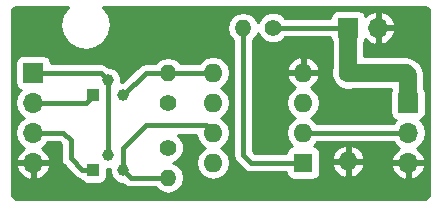
<source format=gbl>
G04 #@! TF.FileFunction,Copper,L2,Bot,Signal*
%FSLAX46Y46*%
G04 Gerber Fmt 4.6, Leading zero omitted, Abs format (unit mm)*
G04 Created by KiCad (PCBNEW 4.0.7) date 12/03/18 23:46:06*
%MOMM*%
%LPD*%
G01*
G04 APERTURE LIST*
%ADD10C,0.100000*%
%ADD11C,1.600000*%
%ADD12O,1.600000X1.600000*%
%ADD13R,1.700000X1.700000*%
%ADD14O,1.700000X1.700000*%
%ADD15C,1.000000*%
%ADD16R,1.000000X1.000000*%
%ADD17C,1.400000*%
%ADD18O,1.400000X1.400000*%
%ADD19R,1.600000X1.600000*%
%ADD20C,1.500000*%
%ADD21C,0.400000*%
%ADD22C,0.254000*%
G04 APERTURE END LIST*
D10*
D11*
X170180000Y-104140000D03*
D12*
X170180000Y-111640000D03*
D13*
X175260000Y-106680000D03*
D14*
X175260000Y-109220000D03*
X175260000Y-111760000D03*
D13*
X170180000Y-100330000D03*
D14*
X172720000Y-100330000D03*
D13*
X143510000Y-104140000D03*
D14*
X143510000Y-106680000D03*
X143510000Y-109220000D03*
X143510000Y-111760000D03*
D15*
X149860000Y-104775000D03*
X151130000Y-106045000D03*
D16*
X148590000Y-106045000D03*
D15*
X149860000Y-111125000D03*
X151130000Y-112395000D03*
D16*
X148590000Y-112395000D03*
D17*
X154940000Y-110490000D03*
D18*
X154940000Y-113030000D03*
D17*
X154940000Y-106680000D03*
D18*
X154940000Y-104140000D03*
D17*
X163830000Y-100330000D03*
D18*
X161290000Y-100330000D03*
D19*
X166370000Y-111760000D03*
D12*
X158750000Y-104140000D03*
X166370000Y-109220000D03*
X158750000Y-106680000D03*
X166370000Y-106680000D03*
X158750000Y-109220000D03*
X166370000Y-104140000D03*
X158750000Y-111760000D03*
D20*
X170180000Y-104140000D02*
X175070000Y-104140000D01*
X175070000Y-104140000D02*
X175260000Y-104330000D01*
X175260000Y-104330000D02*
X175260000Y-106680000D01*
X170180000Y-100330000D02*
X170180000Y-104140000D01*
D21*
X163830000Y-100330000D02*
X170180000Y-100330000D01*
X175260000Y-109220000D02*
X166370000Y-109220000D01*
X149860000Y-104775000D02*
X149860000Y-111125000D01*
X143510000Y-104140000D02*
X149225000Y-104140000D01*
X149225000Y-104140000D02*
X149860000Y-104775000D01*
X143510000Y-106680000D02*
X147955000Y-106680000D01*
X147955000Y-106680000D02*
X148590000Y-106045000D01*
X146685000Y-109855000D02*
X146050000Y-109220000D01*
X146050000Y-109220000D02*
X143510000Y-109220000D01*
X146685000Y-111390000D02*
X146685000Y-109855000D01*
X148590000Y-112395000D02*
X147690000Y-112395000D01*
X147690000Y-112395000D02*
X146685000Y-111390000D01*
X154940000Y-104140000D02*
X158750000Y-104140000D01*
X153035000Y-104140000D02*
X154940000Y-104140000D01*
X151130000Y-106045000D02*
X153035000Y-104140000D01*
X151130000Y-112395000D02*
X151130000Y-110490000D01*
X151130000Y-110490000D02*
X153035000Y-108585000D01*
X153035000Y-108585000D02*
X158115000Y-108585000D01*
X158115000Y-108585000D02*
X158750000Y-109220000D01*
X151765000Y-113030000D02*
X154940000Y-113030000D01*
X151130000Y-112395000D02*
X151765000Y-113030000D01*
X161290000Y-111125000D02*
X161925000Y-111760000D01*
X161925000Y-111760000D02*
X166370000Y-111760000D01*
X161290000Y-100330000D02*
X161290000Y-111125000D01*
D22*
G36*
X146436954Y-98557954D02*
X145971578Y-99254440D01*
X145808159Y-100076000D01*
X145971578Y-100897560D01*
X146436954Y-101594046D01*
X147133440Y-102059422D01*
X147955000Y-102222841D01*
X148776560Y-102059422D01*
X149473046Y-101594046D01*
X149938422Y-100897560D01*
X150051317Y-100330000D01*
X159928846Y-100330000D01*
X160030467Y-100840882D01*
X160319858Y-101273988D01*
X160455000Y-101364287D01*
X160455000Y-111125000D01*
X160518561Y-111444541D01*
X160651241Y-111643110D01*
X160699566Y-111715434D01*
X161334566Y-112350434D01*
X161605460Y-112531440D01*
X161925000Y-112595000D01*
X164929146Y-112595000D01*
X164966838Y-112795317D01*
X165105910Y-113011441D01*
X165318110Y-113156431D01*
X165570000Y-113207440D01*
X167170000Y-113207440D01*
X167405317Y-113163162D01*
X167621441Y-113024090D01*
X167766431Y-112811890D01*
X167817440Y-112560000D01*
X167817440Y-111989041D01*
X168788086Y-111989041D01*
X169027611Y-112495134D01*
X169442577Y-112871041D01*
X169830961Y-113031904D01*
X170053000Y-112909915D01*
X170053000Y-111767000D01*
X170307000Y-111767000D01*
X170307000Y-112909915D01*
X170529039Y-113031904D01*
X170917423Y-112871041D01*
X171332389Y-112495134D01*
X171511405Y-112116890D01*
X173818524Y-112116890D01*
X173988355Y-112526924D01*
X174378642Y-112955183D01*
X174903108Y-113201486D01*
X175133000Y-113080819D01*
X175133000Y-111887000D01*
X175387000Y-111887000D01*
X175387000Y-113080819D01*
X175616892Y-113201486D01*
X176141358Y-112955183D01*
X176531645Y-112526924D01*
X176701476Y-112116890D01*
X176580155Y-111887000D01*
X175387000Y-111887000D01*
X175133000Y-111887000D01*
X173939845Y-111887000D01*
X173818524Y-112116890D01*
X171511405Y-112116890D01*
X171571914Y-111989041D01*
X171450629Y-111767000D01*
X170307000Y-111767000D01*
X170053000Y-111767000D01*
X168909371Y-111767000D01*
X168788086Y-111989041D01*
X167817440Y-111989041D01*
X167817440Y-111290959D01*
X168788086Y-111290959D01*
X168909371Y-111513000D01*
X170053000Y-111513000D01*
X170053000Y-110370085D01*
X170307000Y-110370085D01*
X170307000Y-111513000D01*
X171450629Y-111513000D01*
X171571914Y-111290959D01*
X171332389Y-110784866D01*
X170917423Y-110408959D01*
X170529039Y-110248096D01*
X170307000Y-110370085D01*
X170053000Y-110370085D01*
X169830961Y-110248096D01*
X169442577Y-110408959D01*
X169027611Y-110784866D01*
X168788086Y-111290959D01*
X167817440Y-111290959D01*
X167817440Y-110960000D01*
X167773162Y-110724683D01*
X167634090Y-110508559D01*
X167421890Y-110363569D01*
X167266911Y-110332185D01*
X167412811Y-110234698D01*
X167532882Y-110055000D01*
X174037159Y-110055000D01*
X174180853Y-110270054D01*
X174521553Y-110497702D01*
X174378642Y-110564817D01*
X173988355Y-110993076D01*
X173818524Y-111403110D01*
X173939845Y-111633000D01*
X175133000Y-111633000D01*
X175133000Y-111613000D01*
X175387000Y-111613000D01*
X175387000Y-111633000D01*
X176580155Y-111633000D01*
X176701476Y-111403110D01*
X176531645Y-110993076D01*
X176141358Y-110564817D01*
X175998447Y-110497702D01*
X176339147Y-110270054D01*
X176661054Y-109788285D01*
X176774093Y-109220000D01*
X176661054Y-108651715D01*
X176339147Y-108169946D01*
X176297548Y-108142150D01*
X176345317Y-108133162D01*
X176561441Y-107994090D01*
X176706431Y-107781890D01*
X176757440Y-107530000D01*
X176757440Y-105830000D01*
X176713162Y-105594683D01*
X176645000Y-105488756D01*
X176645000Y-104330000D01*
X176632469Y-104267000D01*
X176539574Y-103799984D01*
X176239343Y-103350657D01*
X176049343Y-103160657D01*
X175996430Y-103125302D01*
X175600017Y-102860427D01*
X175070000Y-102755000D01*
X171565000Y-102755000D01*
X171565000Y-101521797D01*
X171626431Y-101431890D01*
X171648301Y-101323893D01*
X171953076Y-101601645D01*
X172363110Y-101771476D01*
X172593000Y-101650155D01*
X172593000Y-100457000D01*
X172847000Y-100457000D01*
X172847000Y-101650155D01*
X173076890Y-101771476D01*
X173486924Y-101601645D01*
X173915183Y-101211358D01*
X174161486Y-100686892D01*
X174040819Y-100457000D01*
X172847000Y-100457000D01*
X172593000Y-100457000D01*
X172573000Y-100457000D01*
X172573000Y-100203000D01*
X172593000Y-100203000D01*
X172593000Y-99009845D01*
X172847000Y-99009845D01*
X172847000Y-100203000D01*
X174040819Y-100203000D01*
X174161486Y-99973108D01*
X173915183Y-99448642D01*
X173486924Y-99058355D01*
X173076890Y-98888524D01*
X172847000Y-99009845D01*
X172593000Y-99009845D01*
X172363110Y-98888524D01*
X171953076Y-99058355D01*
X171650063Y-99334501D01*
X171633162Y-99244683D01*
X171494090Y-99028559D01*
X171281890Y-98883569D01*
X171030000Y-98832560D01*
X169330000Y-98832560D01*
X169094683Y-98876838D01*
X168878559Y-99015910D01*
X168733569Y-99228110D01*
X168682560Y-99480000D01*
X168682560Y-99495000D01*
X164882786Y-99495000D01*
X164587204Y-99198902D01*
X164096713Y-98995232D01*
X163565617Y-98994769D01*
X163074771Y-99197582D01*
X162698902Y-99572796D01*
X162564784Y-99895788D01*
X162549533Y-99819118D01*
X162260142Y-99386012D01*
X161827036Y-99096621D01*
X161316154Y-98995000D01*
X161263846Y-98995000D01*
X160752964Y-99096621D01*
X160319858Y-99386012D01*
X160030467Y-99819118D01*
X159928846Y-100330000D01*
X150051317Y-100330000D01*
X150101841Y-100076000D01*
X149938422Y-99254440D01*
X149473046Y-98557954D01*
X149464135Y-98552000D01*
X176721494Y-98552000D01*
X176738979Y-98555478D01*
X176916145Y-98673856D01*
X177034521Y-98851019D01*
X177038000Y-98868509D01*
X177038000Y-114491491D01*
X177034521Y-114508981D01*
X176916145Y-114686144D01*
X176738979Y-114804522D01*
X176721494Y-114808000D01*
X142048509Y-114808000D01*
X142031019Y-114804521D01*
X141853856Y-114686145D01*
X141735478Y-114508979D01*
X141732000Y-114491494D01*
X141732000Y-112116890D01*
X142068524Y-112116890D01*
X142238355Y-112526924D01*
X142628642Y-112955183D01*
X143153108Y-113201486D01*
X143383000Y-113080819D01*
X143383000Y-111887000D01*
X143637000Y-111887000D01*
X143637000Y-113080819D01*
X143866892Y-113201486D01*
X144391358Y-112955183D01*
X144781645Y-112526924D01*
X144951476Y-112116890D01*
X144830155Y-111887000D01*
X143637000Y-111887000D01*
X143383000Y-111887000D01*
X142189845Y-111887000D01*
X142068524Y-112116890D01*
X141732000Y-112116890D01*
X141732000Y-106680000D01*
X141995907Y-106680000D01*
X142108946Y-107248285D01*
X142430853Y-107730054D01*
X142760026Y-107950000D01*
X142430853Y-108169946D01*
X142108946Y-108651715D01*
X141995907Y-109220000D01*
X142108946Y-109788285D01*
X142430853Y-110270054D01*
X142771553Y-110497702D01*
X142628642Y-110564817D01*
X142238355Y-110993076D01*
X142068524Y-111403110D01*
X142189845Y-111633000D01*
X143383000Y-111633000D01*
X143383000Y-111613000D01*
X143637000Y-111613000D01*
X143637000Y-111633000D01*
X144830155Y-111633000D01*
X144951476Y-111403110D01*
X144781645Y-110993076D01*
X144391358Y-110564817D01*
X144248447Y-110497702D01*
X144589147Y-110270054D01*
X144732841Y-110055000D01*
X145704132Y-110055000D01*
X145850000Y-110200868D01*
X145850000Y-111390000D01*
X145913561Y-111709541D01*
X146080912Y-111960000D01*
X146094566Y-111980434D01*
X147099566Y-112985434D01*
X147370460Y-113166440D01*
X147530577Y-113198289D01*
X147625910Y-113346441D01*
X147838110Y-113491431D01*
X148090000Y-113542440D01*
X149090000Y-113542440D01*
X149325317Y-113498162D01*
X149541441Y-113359090D01*
X149686431Y-113146890D01*
X149737440Y-112895000D01*
X149737440Y-112259894D01*
X149995117Y-112260119D01*
X149994803Y-112619775D01*
X150167233Y-113037086D01*
X150486235Y-113356645D01*
X150903244Y-113529803D01*
X151084093Y-113529961D01*
X151174566Y-113620434D01*
X151445460Y-113801440D01*
X151765000Y-113865000D01*
X153905713Y-113865000D01*
X153996012Y-114000142D01*
X154429118Y-114289533D01*
X154940000Y-114391154D01*
X155450882Y-114289533D01*
X155883988Y-114000142D01*
X156173379Y-113567036D01*
X156275000Y-113056154D01*
X156275000Y-113003846D01*
X156173379Y-112492964D01*
X155883988Y-112059858D01*
X155450882Y-111770467D01*
X155373955Y-111755165D01*
X155695229Y-111622418D01*
X156071098Y-111247204D01*
X156274768Y-110756713D01*
X156275231Y-110225617D01*
X156072418Y-109734771D01*
X155758196Y-109420000D01*
X157326670Y-109420000D01*
X157396120Y-109769151D01*
X157707189Y-110234698D01*
X158089275Y-110490000D01*
X157707189Y-110745302D01*
X157396120Y-111210849D01*
X157286887Y-111760000D01*
X157396120Y-112309151D01*
X157707189Y-112774698D01*
X158172736Y-113085767D01*
X158721887Y-113195000D01*
X158778113Y-113195000D01*
X159327264Y-113085767D01*
X159792811Y-112774698D01*
X160103880Y-112309151D01*
X160213113Y-111760000D01*
X160103880Y-111210849D01*
X159792811Y-110745302D01*
X159410725Y-110490000D01*
X159792811Y-110234698D01*
X160103880Y-109769151D01*
X160213113Y-109220000D01*
X160103880Y-108670849D01*
X159792811Y-108205302D01*
X159410725Y-107950000D01*
X159792811Y-107694698D01*
X160103880Y-107229151D01*
X160213113Y-106680000D01*
X160103880Y-106130849D01*
X159792811Y-105665302D01*
X159410725Y-105410000D01*
X159792811Y-105154698D01*
X160103880Y-104689151D01*
X160213113Y-104140000D01*
X160103880Y-103590849D01*
X159792811Y-103125302D01*
X159327264Y-102814233D01*
X158778113Y-102705000D01*
X158721887Y-102705000D01*
X158172736Y-102814233D01*
X157707189Y-103125302D01*
X157587118Y-103305000D01*
X155974287Y-103305000D01*
X155883988Y-103169858D01*
X155450882Y-102880467D01*
X154940000Y-102778846D01*
X154429118Y-102880467D01*
X153996012Y-103169858D01*
X153905713Y-103305000D01*
X153035000Y-103305000D01*
X152715459Y-103368561D01*
X152444566Y-103549566D01*
X151084173Y-104909959D01*
X150994883Y-104909881D01*
X150995197Y-104550225D01*
X150822767Y-104132914D01*
X150503765Y-103813355D01*
X150086756Y-103640197D01*
X149905907Y-103640039D01*
X149815434Y-103549566D01*
X149544541Y-103368561D01*
X149225000Y-103305000D01*
X145007440Y-103305000D01*
X145007440Y-103290000D01*
X144963162Y-103054683D01*
X144824090Y-102838559D01*
X144611890Y-102693569D01*
X144360000Y-102642560D01*
X142660000Y-102642560D01*
X142424683Y-102686838D01*
X142208559Y-102825910D01*
X142063569Y-103038110D01*
X142012560Y-103290000D01*
X142012560Y-104990000D01*
X142056838Y-105225317D01*
X142195910Y-105441441D01*
X142408110Y-105586431D01*
X142475541Y-105600086D01*
X142430853Y-105629946D01*
X142108946Y-106111715D01*
X141995907Y-106680000D01*
X141732000Y-106680000D01*
X141732000Y-98868506D01*
X141735478Y-98851021D01*
X141853856Y-98673855D01*
X142031019Y-98555479D01*
X142048509Y-98552000D01*
X146445865Y-98552000D01*
X146436954Y-98557954D01*
X146436954Y-98557954D01*
G37*
X146436954Y-98557954D02*
X145971578Y-99254440D01*
X145808159Y-100076000D01*
X145971578Y-100897560D01*
X146436954Y-101594046D01*
X147133440Y-102059422D01*
X147955000Y-102222841D01*
X148776560Y-102059422D01*
X149473046Y-101594046D01*
X149938422Y-100897560D01*
X150051317Y-100330000D01*
X159928846Y-100330000D01*
X160030467Y-100840882D01*
X160319858Y-101273988D01*
X160455000Y-101364287D01*
X160455000Y-111125000D01*
X160518561Y-111444541D01*
X160651241Y-111643110D01*
X160699566Y-111715434D01*
X161334566Y-112350434D01*
X161605460Y-112531440D01*
X161925000Y-112595000D01*
X164929146Y-112595000D01*
X164966838Y-112795317D01*
X165105910Y-113011441D01*
X165318110Y-113156431D01*
X165570000Y-113207440D01*
X167170000Y-113207440D01*
X167405317Y-113163162D01*
X167621441Y-113024090D01*
X167766431Y-112811890D01*
X167817440Y-112560000D01*
X167817440Y-111989041D01*
X168788086Y-111989041D01*
X169027611Y-112495134D01*
X169442577Y-112871041D01*
X169830961Y-113031904D01*
X170053000Y-112909915D01*
X170053000Y-111767000D01*
X170307000Y-111767000D01*
X170307000Y-112909915D01*
X170529039Y-113031904D01*
X170917423Y-112871041D01*
X171332389Y-112495134D01*
X171511405Y-112116890D01*
X173818524Y-112116890D01*
X173988355Y-112526924D01*
X174378642Y-112955183D01*
X174903108Y-113201486D01*
X175133000Y-113080819D01*
X175133000Y-111887000D01*
X175387000Y-111887000D01*
X175387000Y-113080819D01*
X175616892Y-113201486D01*
X176141358Y-112955183D01*
X176531645Y-112526924D01*
X176701476Y-112116890D01*
X176580155Y-111887000D01*
X175387000Y-111887000D01*
X175133000Y-111887000D01*
X173939845Y-111887000D01*
X173818524Y-112116890D01*
X171511405Y-112116890D01*
X171571914Y-111989041D01*
X171450629Y-111767000D01*
X170307000Y-111767000D01*
X170053000Y-111767000D01*
X168909371Y-111767000D01*
X168788086Y-111989041D01*
X167817440Y-111989041D01*
X167817440Y-111290959D01*
X168788086Y-111290959D01*
X168909371Y-111513000D01*
X170053000Y-111513000D01*
X170053000Y-110370085D01*
X170307000Y-110370085D01*
X170307000Y-111513000D01*
X171450629Y-111513000D01*
X171571914Y-111290959D01*
X171332389Y-110784866D01*
X170917423Y-110408959D01*
X170529039Y-110248096D01*
X170307000Y-110370085D01*
X170053000Y-110370085D01*
X169830961Y-110248096D01*
X169442577Y-110408959D01*
X169027611Y-110784866D01*
X168788086Y-111290959D01*
X167817440Y-111290959D01*
X167817440Y-110960000D01*
X167773162Y-110724683D01*
X167634090Y-110508559D01*
X167421890Y-110363569D01*
X167266911Y-110332185D01*
X167412811Y-110234698D01*
X167532882Y-110055000D01*
X174037159Y-110055000D01*
X174180853Y-110270054D01*
X174521553Y-110497702D01*
X174378642Y-110564817D01*
X173988355Y-110993076D01*
X173818524Y-111403110D01*
X173939845Y-111633000D01*
X175133000Y-111633000D01*
X175133000Y-111613000D01*
X175387000Y-111613000D01*
X175387000Y-111633000D01*
X176580155Y-111633000D01*
X176701476Y-111403110D01*
X176531645Y-110993076D01*
X176141358Y-110564817D01*
X175998447Y-110497702D01*
X176339147Y-110270054D01*
X176661054Y-109788285D01*
X176774093Y-109220000D01*
X176661054Y-108651715D01*
X176339147Y-108169946D01*
X176297548Y-108142150D01*
X176345317Y-108133162D01*
X176561441Y-107994090D01*
X176706431Y-107781890D01*
X176757440Y-107530000D01*
X176757440Y-105830000D01*
X176713162Y-105594683D01*
X176645000Y-105488756D01*
X176645000Y-104330000D01*
X176632469Y-104267000D01*
X176539574Y-103799984D01*
X176239343Y-103350657D01*
X176049343Y-103160657D01*
X175996430Y-103125302D01*
X175600017Y-102860427D01*
X175070000Y-102755000D01*
X171565000Y-102755000D01*
X171565000Y-101521797D01*
X171626431Y-101431890D01*
X171648301Y-101323893D01*
X171953076Y-101601645D01*
X172363110Y-101771476D01*
X172593000Y-101650155D01*
X172593000Y-100457000D01*
X172847000Y-100457000D01*
X172847000Y-101650155D01*
X173076890Y-101771476D01*
X173486924Y-101601645D01*
X173915183Y-101211358D01*
X174161486Y-100686892D01*
X174040819Y-100457000D01*
X172847000Y-100457000D01*
X172593000Y-100457000D01*
X172573000Y-100457000D01*
X172573000Y-100203000D01*
X172593000Y-100203000D01*
X172593000Y-99009845D01*
X172847000Y-99009845D01*
X172847000Y-100203000D01*
X174040819Y-100203000D01*
X174161486Y-99973108D01*
X173915183Y-99448642D01*
X173486924Y-99058355D01*
X173076890Y-98888524D01*
X172847000Y-99009845D01*
X172593000Y-99009845D01*
X172363110Y-98888524D01*
X171953076Y-99058355D01*
X171650063Y-99334501D01*
X171633162Y-99244683D01*
X171494090Y-99028559D01*
X171281890Y-98883569D01*
X171030000Y-98832560D01*
X169330000Y-98832560D01*
X169094683Y-98876838D01*
X168878559Y-99015910D01*
X168733569Y-99228110D01*
X168682560Y-99480000D01*
X168682560Y-99495000D01*
X164882786Y-99495000D01*
X164587204Y-99198902D01*
X164096713Y-98995232D01*
X163565617Y-98994769D01*
X163074771Y-99197582D01*
X162698902Y-99572796D01*
X162564784Y-99895788D01*
X162549533Y-99819118D01*
X162260142Y-99386012D01*
X161827036Y-99096621D01*
X161316154Y-98995000D01*
X161263846Y-98995000D01*
X160752964Y-99096621D01*
X160319858Y-99386012D01*
X160030467Y-99819118D01*
X159928846Y-100330000D01*
X150051317Y-100330000D01*
X150101841Y-100076000D01*
X149938422Y-99254440D01*
X149473046Y-98557954D01*
X149464135Y-98552000D01*
X176721494Y-98552000D01*
X176738979Y-98555478D01*
X176916145Y-98673856D01*
X177034521Y-98851019D01*
X177038000Y-98868509D01*
X177038000Y-114491491D01*
X177034521Y-114508981D01*
X176916145Y-114686144D01*
X176738979Y-114804522D01*
X176721494Y-114808000D01*
X142048509Y-114808000D01*
X142031019Y-114804521D01*
X141853856Y-114686145D01*
X141735478Y-114508979D01*
X141732000Y-114491494D01*
X141732000Y-112116890D01*
X142068524Y-112116890D01*
X142238355Y-112526924D01*
X142628642Y-112955183D01*
X143153108Y-113201486D01*
X143383000Y-113080819D01*
X143383000Y-111887000D01*
X143637000Y-111887000D01*
X143637000Y-113080819D01*
X143866892Y-113201486D01*
X144391358Y-112955183D01*
X144781645Y-112526924D01*
X144951476Y-112116890D01*
X144830155Y-111887000D01*
X143637000Y-111887000D01*
X143383000Y-111887000D01*
X142189845Y-111887000D01*
X142068524Y-112116890D01*
X141732000Y-112116890D01*
X141732000Y-106680000D01*
X141995907Y-106680000D01*
X142108946Y-107248285D01*
X142430853Y-107730054D01*
X142760026Y-107950000D01*
X142430853Y-108169946D01*
X142108946Y-108651715D01*
X141995907Y-109220000D01*
X142108946Y-109788285D01*
X142430853Y-110270054D01*
X142771553Y-110497702D01*
X142628642Y-110564817D01*
X142238355Y-110993076D01*
X142068524Y-111403110D01*
X142189845Y-111633000D01*
X143383000Y-111633000D01*
X143383000Y-111613000D01*
X143637000Y-111613000D01*
X143637000Y-111633000D01*
X144830155Y-111633000D01*
X144951476Y-111403110D01*
X144781645Y-110993076D01*
X144391358Y-110564817D01*
X144248447Y-110497702D01*
X144589147Y-110270054D01*
X144732841Y-110055000D01*
X145704132Y-110055000D01*
X145850000Y-110200868D01*
X145850000Y-111390000D01*
X145913561Y-111709541D01*
X146080912Y-111960000D01*
X146094566Y-111980434D01*
X147099566Y-112985434D01*
X147370460Y-113166440D01*
X147530577Y-113198289D01*
X147625910Y-113346441D01*
X147838110Y-113491431D01*
X148090000Y-113542440D01*
X149090000Y-113542440D01*
X149325317Y-113498162D01*
X149541441Y-113359090D01*
X149686431Y-113146890D01*
X149737440Y-112895000D01*
X149737440Y-112259894D01*
X149995117Y-112260119D01*
X149994803Y-112619775D01*
X150167233Y-113037086D01*
X150486235Y-113356645D01*
X150903244Y-113529803D01*
X151084093Y-113529961D01*
X151174566Y-113620434D01*
X151445460Y-113801440D01*
X151765000Y-113865000D01*
X153905713Y-113865000D01*
X153996012Y-114000142D01*
X154429118Y-114289533D01*
X154940000Y-114391154D01*
X155450882Y-114289533D01*
X155883988Y-114000142D01*
X156173379Y-113567036D01*
X156275000Y-113056154D01*
X156275000Y-113003846D01*
X156173379Y-112492964D01*
X155883988Y-112059858D01*
X155450882Y-111770467D01*
X155373955Y-111755165D01*
X155695229Y-111622418D01*
X156071098Y-111247204D01*
X156274768Y-110756713D01*
X156275231Y-110225617D01*
X156072418Y-109734771D01*
X155758196Y-109420000D01*
X157326670Y-109420000D01*
X157396120Y-109769151D01*
X157707189Y-110234698D01*
X158089275Y-110490000D01*
X157707189Y-110745302D01*
X157396120Y-111210849D01*
X157286887Y-111760000D01*
X157396120Y-112309151D01*
X157707189Y-112774698D01*
X158172736Y-113085767D01*
X158721887Y-113195000D01*
X158778113Y-113195000D01*
X159327264Y-113085767D01*
X159792811Y-112774698D01*
X160103880Y-112309151D01*
X160213113Y-111760000D01*
X160103880Y-111210849D01*
X159792811Y-110745302D01*
X159410725Y-110490000D01*
X159792811Y-110234698D01*
X160103880Y-109769151D01*
X160213113Y-109220000D01*
X160103880Y-108670849D01*
X159792811Y-108205302D01*
X159410725Y-107950000D01*
X159792811Y-107694698D01*
X160103880Y-107229151D01*
X160213113Y-106680000D01*
X160103880Y-106130849D01*
X159792811Y-105665302D01*
X159410725Y-105410000D01*
X159792811Y-105154698D01*
X160103880Y-104689151D01*
X160213113Y-104140000D01*
X160103880Y-103590849D01*
X159792811Y-103125302D01*
X159327264Y-102814233D01*
X158778113Y-102705000D01*
X158721887Y-102705000D01*
X158172736Y-102814233D01*
X157707189Y-103125302D01*
X157587118Y-103305000D01*
X155974287Y-103305000D01*
X155883988Y-103169858D01*
X155450882Y-102880467D01*
X154940000Y-102778846D01*
X154429118Y-102880467D01*
X153996012Y-103169858D01*
X153905713Y-103305000D01*
X153035000Y-103305000D01*
X152715459Y-103368561D01*
X152444566Y-103549566D01*
X151084173Y-104909959D01*
X150994883Y-104909881D01*
X150995197Y-104550225D01*
X150822767Y-104132914D01*
X150503765Y-103813355D01*
X150086756Y-103640197D01*
X149905907Y-103640039D01*
X149815434Y-103549566D01*
X149544541Y-103368561D01*
X149225000Y-103305000D01*
X145007440Y-103305000D01*
X145007440Y-103290000D01*
X144963162Y-103054683D01*
X144824090Y-102838559D01*
X144611890Y-102693569D01*
X144360000Y-102642560D01*
X142660000Y-102642560D01*
X142424683Y-102686838D01*
X142208559Y-102825910D01*
X142063569Y-103038110D01*
X142012560Y-103290000D01*
X142012560Y-104990000D01*
X142056838Y-105225317D01*
X142195910Y-105441441D01*
X142408110Y-105586431D01*
X142475541Y-105600086D01*
X142430853Y-105629946D01*
X142108946Y-106111715D01*
X141995907Y-106680000D01*
X141732000Y-106680000D01*
X141732000Y-98868506D01*
X141735478Y-98851021D01*
X141853856Y-98673855D01*
X142031019Y-98555479D01*
X142048509Y-98552000D01*
X146445865Y-98552000D01*
X146436954Y-98557954D01*
G36*
X162697582Y-101085229D02*
X163072796Y-101461098D01*
X163563287Y-101664768D01*
X164094383Y-101665231D01*
X164585229Y-101462418D01*
X164883166Y-101165000D01*
X168682560Y-101165000D01*
X168682560Y-101180000D01*
X168726838Y-101415317D01*
X168795000Y-101521244D01*
X168795000Y-103733498D01*
X168745250Y-103853309D01*
X168744752Y-104424187D01*
X168962757Y-104951800D01*
X169366077Y-105355824D01*
X169893309Y-105574750D01*
X170464187Y-105575248D01*
X170585797Y-105525000D01*
X173849857Y-105525000D01*
X173813569Y-105578110D01*
X173762560Y-105830000D01*
X173762560Y-107530000D01*
X173806838Y-107765317D01*
X173945910Y-107981441D01*
X174158110Y-108126431D01*
X174225541Y-108140086D01*
X174180853Y-108169946D01*
X174037159Y-108385000D01*
X167532882Y-108385000D01*
X167412811Y-108205302D01*
X167030725Y-107950000D01*
X167412811Y-107694698D01*
X167723880Y-107229151D01*
X167833113Y-106680000D01*
X167723880Y-106130849D01*
X167412811Y-105665302D01*
X167008297Y-105395014D01*
X167225134Y-105292389D01*
X167601041Y-104877423D01*
X167761904Y-104489039D01*
X167639915Y-104267000D01*
X166497000Y-104267000D01*
X166497000Y-104287000D01*
X166243000Y-104287000D01*
X166243000Y-104267000D01*
X165100085Y-104267000D01*
X164978096Y-104489039D01*
X165138959Y-104877423D01*
X165514866Y-105292389D01*
X165731703Y-105395014D01*
X165327189Y-105665302D01*
X165016120Y-106130849D01*
X164906887Y-106680000D01*
X165016120Y-107229151D01*
X165327189Y-107694698D01*
X165709275Y-107950000D01*
X165327189Y-108205302D01*
X165016120Y-108670849D01*
X164906887Y-109220000D01*
X165016120Y-109769151D01*
X165327189Y-110234698D01*
X165471465Y-110331101D01*
X165334683Y-110356838D01*
X165118559Y-110495910D01*
X164973569Y-110708110D01*
X164929648Y-110925000D01*
X162270868Y-110925000D01*
X162125000Y-110779132D01*
X162125000Y-103790961D01*
X164978096Y-103790961D01*
X165100085Y-104013000D01*
X166243000Y-104013000D01*
X166243000Y-102869371D01*
X166497000Y-102869371D01*
X166497000Y-104013000D01*
X167639915Y-104013000D01*
X167761904Y-103790961D01*
X167601041Y-103402577D01*
X167225134Y-102987611D01*
X166719041Y-102748086D01*
X166497000Y-102869371D01*
X166243000Y-102869371D01*
X166020959Y-102748086D01*
X165514866Y-102987611D01*
X165138959Y-103402577D01*
X164978096Y-103790961D01*
X162125000Y-103790961D01*
X162125000Y-101364287D01*
X162260142Y-101273988D01*
X162549533Y-100840882D01*
X162564835Y-100763955D01*
X162697582Y-101085229D01*
X162697582Y-101085229D01*
G37*
X162697582Y-101085229D02*
X163072796Y-101461098D01*
X163563287Y-101664768D01*
X164094383Y-101665231D01*
X164585229Y-101462418D01*
X164883166Y-101165000D01*
X168682560Y-101165000D01*
X168682560Y-101180000D01*
X168726838Y-101415317D01*
X168795000Y-101521244D01*
X168795000Y-103733498D01*
X168745250Y-103853309D01*
X168744752Y-104424187D01*
X168962757Y-104951800D01*
X169366077Y-105355824D01*
X169893309Y-105574750D01*
X170464187Y-105575248D01*
X170585797Y-105525000D01*
X173849857Y-105525000D01*
X173813569Y-105578110D01*
X173762560Y-105830000D01*
X173762560Y-107530000D01*
X173806838Y-107765317D01*
X173945910Y-107981441D01*
X174158110Y-108126431D01*
X174225541Y-108140086D01*
X174180853Y-108169946D01*
X174037159Y-108385000D01*
X167532882Y-108385000D01*
X167412811Y-108205302D01*
X167030725Y-107950000D01*
X167412811Y-107694698D01*
X167723880Y-107229151D01*
X167833113Y-106680000D01*
X167723880Y-106130849D01*
X167412811Y-105665302D01*
X167008297Y-105395014D01*
X167225134Y-105292389D01*
X167601041Y-104877423D01*
X167761904Y-104489039D01*
X167639915Y-104267000D01*
X166497000Y-104267000D01*
X166497000Y-104287000D01*
X166243000Y-104287000D01*
X166243000Y-104267000D01*
X165100085Y-104267000D01*
X164978096Y-104489039D01*
X165138959Y-104877423D01*
X165514866Y-105292389D01*
X165731703Y-105395014D01*
X165327189Y-105665302D01*
X165016120Y-106130849D01*
X164906887Y-106680000D01*
X165016120Y-107229151D01*
X165327189Y-107694698D01*
X165709275Y-107950000D01*
X165327189Y-108205302D01*
X165016120Y-108670849D01*
X164906887Y-109220000D01*
X165016120Y-109769151D01*
X165327189Y-110234698D01*
X165471465Y-110331101D01*
X165334683Y-110356838D01*
X165118559Y-110495910D01*
X164973569Y-110708110D01*
X164929648Y-110925000D01*
X162270868Y-110925000D01*
X162125000Y-110779132D01*
X162125000Y-103790961D01*
X164978096Y-103790961D01*
X165100085Y-104013000D01*
X166243000Y-104013000D01*
X166243000Y-102869371D01*
X166497000Y-102869371D01*
X166497000Y-104013000D01*
X167639915Y-104013000D01*
X167761904Y-103790961D01*
X167601041Y-103402577D01*
X167225134Y-102987611D01*
X166719041Y-102748086D01*
X166497000Y-102869371D01*
X166243000Y-102869371D01*
X166020959Y-102748086D01*
X165514866Y-102987611D01*
X165138959Y-103402577D01*
X164978096Y-103790961D01*
X162125000Y-103790961D01*
X162125000Y-101364287D01*
X162260142Y-101273988D01*
X162549533Y-100840882D01*
X162564835Y-100763955D01*
X162697582Y-101085229D01*
M02*

</source>
